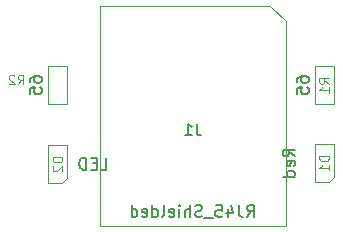
<source format=gbr>
%TF.GenerationSoftware,KiCad,Pcbnew,7.0.2-6a45011f42~172~ubuntu22.04.1*%
%TF.CreationDate,2023-07-12T14:03:09-05:00*%
%TF.ProjectId,Encoder,456e636f-6465-4722-9e6b-696361645f70,rev?*%
%TF.SameCoordinates,Original*%
%TF.FileFunction,AssemblyDrawing,Bot*%
%FSLAX46Y46*%
G04 Gerber Fmt 4.6, Leading zero omitted, Abs format (unit mm)*
G04 Created by KiCad (PCBNEW 7.0.2-6a45011f42~172~ubuntu22.04.1) date 2023-07-12 14:03:09*
%MOMM*%
%LPD*%
G01*
G04 APERTURE LIST*
%ADD10C,0.150000*%
%ADD11C,0.120000*%
%ADD12C,0.100000*%
G04 APERTURE END LIST*
D10*
%TO.C,D2*%
X53242857Y-62750119D02*
X53719047Y-62750119D01*
X53719047Y-62750119D02*
X53719047Y-61750119D01*
X52909523Y-62226309D02*
X52576190Y-62226309D01*
X52433333Y-62750119D02*
X52909523Y-62750119D01*
X52909523Y-62750119D02*
X52909523Y-61750119D01*
X52909523Y-61750119D02*
X52433333Y-61750119D01*
X52004761Y-62750119D02*
X52004761Y-61750119D01*
X52004761Y-61750119D02*
X51766666Y-61750119D01*
X51766666Y-61750119D02*
X51623809Y-61797738D01*
X51623809Y-61797738D02*
X51528571Y-61892976D01*
X51528571Y-61892976D02*
X51480952Y-61988214D01*
X51480952Y-61988214D02*
X51433333Y-62178690D01*
X51433333Y-62178690D02*
X51433333Y-62321547D01*
X51433333Y-62321547D02*
X51480952Y-62512023D01*
X51480952Y-62512023D02*
X51528571Y-62607261D01*
X51528571Y-62607261D02*
X51623809Y-62702500D01*
X51623809Y-62702500D02*
X51766666Y-62750119D01*
X51766666Y-62750119D02*
X52004761Y-62750119D01*
D11*
X49970095Y-61697024D02*
X49170095Y-61697024D01*
X49170095Y-61697024D02*
X49170095Y-61887500D01*
X49170095Y-61887500D02*
X49208190Y-62001786D01*
X49208190Y-62001786D02*
X49284380Y-62077976D01*
X49284380Y-62077976D02*
X49360571Y-62116071D01*
X49360571Y-62116071D02*
X49512952Y-62154167D01*
X49512952Y-62154167D02*
X49627238Y-62154167D01*
X49627238Y-62154167D02*
X49779619Y-62116071D01*
X49779619Y-62116071D02*
X49855809Y-62077976D01*
X49855809Y-62077976D02*
X49932000Y-62001786D01*
X49932000Y-62001786D02*
X49970095Y-61887500D01*
X49970095Y-61887500D02*
X49970095Y-61697024D01*
X49246285Y-62458928D02*
X49208190Y-62497024D01*
X49208190Y-62497024D02*
X49170095Y-62573214D01*
X49170095Y-62573214D02*
X49170095Y-62763690D01*
X49170095Y-62763690D02*
X49208190Y-62839881D01*
X49208190Y-62839881D02*
X49246285Y-62877976D01*
X49246285Y-62877976D02*
X49322476Y-62916071D01*
X49322476Y-62916071D02*
X49398666Y-62916071D01*
X49398666Y-62916071D02*
X49512952Y-62877976D01*
X49512952Y-62877976D02*
X49970095Y-62420833D01*
X49970095Y-62420833D02*
X49970095Y-62916071D01*
D10*
%TO.C,J1*%
X65630238Y-66762619D02*
X65963571Y-66286428D01*
X66201666Y-66762619D02*
X66201666Y-65762619D01*
X66201666Y-65762619D02*
X65820714Y-65762619D01*
X65820714Y-65762619D02*
X65725476Y-65810238D01*
X65725476Y-65810238D02*
X65677857Y-65857857D01*
X65677857Y-65857857D02*
X65630238Y-65953095D01*
X65630238Y-65953095D02*
X65630238Y-66095952D01*
X65630238Y-66095952D02*
X65677857Y-66191190D01*
X65677857Y-66191190D02*
X65725476Y-66238809D01*
X65725476Y-66238809D02*
X65820714Y-66286428D01*
X65820714Y-66286428D02*
X66201666Y-66286428D01*
X64915952Y-65762619D02*
X64915952Y-66476904D01*
X64915952Y-66476904D02*
X64963571Y-66619761D01*
X64963571Y-66619761D02*
X65058809Y-66715000D01*
X65058809Y-66715000D02*
X65201666Y-66762619D01*
X65201666Y-66762619D02*
X65296904Y-66762619D01*
X64011190Y-66095952D02*
X64011190Y-66762619D01*
X64249285Y-65715000D02*
X64487380Y-66429285D01*
X64487380Y-66429285D02*
X63868333Y-66429285D01*
X63011190Y-65762619D02*
X63487380Y-65762619D01*
X63487380Y-65762619D02*
X63534999Y-66238809D01*
X63534999Y-66238809D02*
X63487380Y-66191190D01*
X63487380Y-66191190D02*
X63392142Y-66143571D01*
X63392142Y-66143571D02*
X63154047Y-66143571D01*
X63154047Y-66143571D02*
X63058809Y-66191190D01*
X63058809Y-66191190D02*
X63011190Y-66238809D01*
X63011190Y-66238809D02*
X62963571Y-66334047D01*
X62963571Y-66334047D02*
X62963571Y-66572142D01*
X62963571Y-66572142D02*
X63011190Y-66667380D01*
X63011190Y-66667380D02*
X63058809Y-66715000D01*
X63058809Y-66715000D02*
X63154047Y-66762619D01*
X63154047Y-66762619D02*
X63392142Y-66762619D01*
X63392142Y-66762619D02*
X63487380Y-66715000D01*
X63487380Y-66715000D02*
X63534999Y-66667380D01*
X62773095Y-66857857D02*
X62011190Y-66857857D01*
X61820713Y-66715000D02*
X61677856Y-66762619D01*
X61677856Y-66762619D02*
X61439761Y-66762619D01*
X61439761Y-66762619D02*
X61344523Y-66715000D01*
X61344523Y-66715000D02*
X61296904Y-66667380D01*
X61296904Y-66667380D02*
X61249285Y-66572142D01*
X61249285Y-66572142D02*
X61249285Y-66476904D01*
X61249285Y-66476904D02*
X61296904Y-66381666D01*
X61296904Y-66381666D02*
X61344523Y-66334047D01*
X61344523Y-66334047D02*
X61439761Y-66286428D01*
X61439761Y-66286428D02*
X61630237Y-66238809D01*
X61630237Y-66238809D02*
X61725475Y-66191190D01*
X61725475Y-66191190D02*
X61773094Y-66143571D01*
X61773094Y-66143571D02*
X61820713Y-66048333D01*
X61820713Y-66048333D02*
X61820713Y-65953095D01*
X61820713Y-65953095D02*
X61773094Y-65857857D01*
X61773094Y-65857857D02*
X61725475Y-65810238D01*
X61725475Y-65810238D02*
X61630237Y-65762619D01*
X61630237Y-65762619D02*
X61392142Y-65762619D01*
X61392142Y-65762619D02*
X61249285Y-65810238D01*
X60820713Y-66762619D02*
X60820713Y-65762619D01*
X60392142Y-66762619D02*
X60392142Y-66238809D01*
X60392142Y-66238809D02*
X60439761Y-66143571D01*
X60439761Y-66143571D02*
X60534999Y-66095952D01*
X60534999Y-66095952D02*
X60677856Y-66095952D01*
X60677856Y-66095952D02*
X60773094Y-66143571D01*
X60773094Y-66143571D02*
X60820713Y-66191190D01*
X59915951Y-66762619D02*
X59915951Y-66095952D01*
X59915951Y-65762619D02*
X59963570Y-65810238D01*
X59963570Y-65810238D02*
X59915951Y-65857857D01*
X59915951Y-65857857D02*
X59868332Y-65810238D01*
X59868332Y-65810238D02*
X59915951Y-65762619D01*
X59915951Y-65762619D02*
X59915951Y-65857857D01*
X59058809Y-66715000D02*
X59154047Y-66762619D01*
X59154047Y-66762619D02*
X59344523Y-66762619D01*
X59344523Y-66762619D02*
X59439761Y-66715000D01*
X59439761Y-66715000D02*
X59487380Y-66619761D01*
X59487380Y-66619761D02*
X59487380Y-66238809D01*
X59487380Y-66238809D02*
X59439761Y-66143571D01*
X59439761Y-66143571D02*
X59344523Y-66095952D01*
X59344523Y-66095952D02*
X59154047Y-66095952D01*
X59154047Y-66095952D02*
X59058809Y-66143571D01*
X59058809Y-66143571D02*
X59011190Y-66238809D01*
X59011190Y-66238809D02*
X59011190Y-66334047D01*
X59011190Y-66334047D02*
X59487380Y-66429285D01*
X58439761Y-66762619D02*
X58534999Y-66715000D01*
X58534999Y-66715000D02*
X58582618Y-66619761D01*
X58582618Y-66619761D02*
X58582618Y-65762619D01*
X57630237Y-66762619D02*
X57630237Y-65762619D01*
X57630237Y-66715000D02*
X57725475Y-66762619D01*
X57725475Y-66762619D02*
X57915951Y-66762619D01*
X57915951Y-66762619D02*
X58011189Y-66715000D01*
X58011189Y-66715000D02*
X58058808Y-66667380D01*
X58058808Y-66667380D02*
X58106427Y-66572142D01*
X58106427Y-66572142D02*
X58106427Y-66286428D01*
X58106427Y-66286428D02*
X58058808Y-66191190D01*
X58058808Y-66191190D02*
X58011189Y-66143571D01*
X58011189Y-66143571D02*
X57915951Y-66095952D01*
X57915951Y-66095952D02*
X57725475Y-66095952D01*
X57725475Y-66095952D02*
X57630237Y-66143571D01*
X56773094Y-66715000D02*
X56868332Y-66762619D01*
X56868332Y-66762619D02*
X57058808Y-66762619D01*
X57058808Y-66762619D02*
X57154046Y-66715000D01*
X57154046Y-66715000D02*
X57201665Y-66619761D01*
X57201665Y-66619761D02*
X57201665Y-66238809D01*
X57201665Y-66238809D02*
X57154046Y-66143571D01*
X57154046Y-66143571D02*
X57058808Y-66095952D01*
X57058808Y-66095952D02*
X56868332Y-66095952D01*
X56868332Y-66095952D02*
X56773094Y-66143571D01*
X56773094Y-66143571D02*
X56725475Y-66238809D01*
X56725475Y-66238809D02*
X56725475Y-66334047D01*
X56725475Y-66334047D02*
X57201665Y-66429285D01*
X55868332Y-66762619D02*
X55868332Y-65762619D01*
X55868332Y-66715000D02*
X55963570Y-66762619D01*
X55963570Y-66762619D02*
X56154046Y-66762619D01*
X56154046Y-66762619D02*
X56249284Y-66715000D01*
X56249284Y-66715000D02*
X56296903Y-66667380D01*
X56296903Y-66667380D02*
X56344522Y-66572142D01*
X56344522Y-66572142D02*
X56344522Y-66286428D01*
X56344522Y-66286428D02*
X56296903Y-66191190D01*
X56296903Y-66191190D02*
X56249284Y-66143571D01*
X56249284Y-66143571D02*
X56154046Y-66095952D01*
X56154046Y-66095952D02*
X55963570Y-66095952D01*
X55963570Y-66095952D02*
X55868332Y-66143571D01*
X61378333Y-58862619D02*
X61378333Y-59576904D01*
X61378333Y-59576904D02*
X61425952Y-59719761D01*
X61425952Y-59719761D02*
X61521190Y-59815000D01*
X61521190Y-59815000D02*
X61664047Y-59862619D01*
X61664047Y-59862619D02*
X61759285Y-59862619D01*
X60378333Y-59862619D02*
X60949761Y-59862619D01*
X60664047Y-59862619D02*
X60664047Y-58862619D01*
X60664047Y-58862619D02*
X60759285Y-59005476D01*
X60759285Y-59005476D02*
X60854523Y-59100714D01*
X60854523Y-59100714D02*
X60949761Y-59148333D01*
%TO.C,D1*%
X69662619Y-61628571D02*
X69186428Y-61295238D01*
X69662619Y-61057143D02*
X68662619Y-61057143D01*
X68662619Y-61057143D02*
X68662619Y-61438095D01*
X68662619Y-61438095D02*
X68710238Y-61533333D01*
X68710238Y-61533333D02*
X68757857Y-61580952D01*
X68757857Y-61580952D02*
X68853095Y-61628571D01*
X68853095Y-61628571D02*
X68995952Y-61628571D01*
X68995952Y-61628571D02*
X69091190Y-61580952D01*
X69091190Y-61580952D02*
X69138809Y-61533333D01*
X69138809Y-61533333D02*
X69186428Y-61438095D01*
X69186428Y-61438095D02*
X69186428Y-61057143D01*
X69615000Y-62438095D02*
X69662619Y-62342857D01*
X69662619Y-62342857D02*
X69662619Y-62152381D01*
X69662619Y-62152381D02*
X69615000Y-62057143D01*
X69615000Y-62057143D02*
X69519761Y-62009524D01*
X69519761Y-62009524D02*
X69138809Y-62009524D01*
X69138809Y-62009524D02*
X69043571Y-62057143D01*
X69043571Y-62057143D02*
X68995952Y-62152381D01*
X68995952Y-62152381D02*
X68995952Y-62342857D01*
X68995952Y-62342857D02*
X69043571Y-62438095D01*
X69043571Y-62438095D02*
X69138809Y-62485714D01*
X69138809Y-62485714D02*
X69234047Y-62485714D01*
X69234047Y-62485714D02*
X69329285Y-62009524D01*
X69662619Y-63342857D02*
X68662619Y-63342857D01*
X69615000Y-63342857D02*
X69662619Y-63247619D01*
X69662619Y-63247619D02*
X69662619Y-63057143D01*
X69662619Y-63057143D02*
X69615000Y-62961905D01*
X69615000Y-62961905D02*
X69567380Y-62914286D01*
X69567380Y-62914286D02*
X69472142Y-62866667D01*
X69472142Y-62866667D02*
X69186428Y-62866667D01*
X69186428Y-62866667D02*
X69091190Y-62914286D01*
X69091190Y-62914286D02*
X69043571Y-62961905D01*
X69043571Y-62961905D02*
X68995952Y-63057143D01*
X68995952Y-63057143D02*
X68995952Y-63247619D01*
X68995952Y-63247619D02*
X69043571Y-63342857D01*
D11*
X72570095Y-61609524D02*
X71770095Y-61609524D01*
X71770095Y-61609524D02*
X71770095Y-61800000D01*
X71770095Y-61800000D02*
X71808190Y-61914286D01*
X71808190Y-61914286D02*
X71884380Y-61990476D01*
X71884380Y-61990476D02*
X71960571Y-62028571D01*
X71960571Y-62028571D02*
X72112952Y-62066667D01*
X72112952Y-62066667D02*
X72227238Y-62066667D01*
X72227238Y-62066667D02*
X72379619Y-62028571D01*
X72379619Y-62028571D02*
X72455809Y-61990476D01*
X72455809Y-61990476D02*
X72532000Y-61914286D01*
X72532000Y-61914286D02*
X72570095Y-61800000D01*
X72570095Y-61800000D02*
X72570095Y-61609524D01*
X72570095Y-62828571D02*
X72570095Y-62371428D01*
X72570095Y-62600000D02*
X71770095Y-62600000D01*
X71770095Y-62600000D02*
X71884380Y-62523809D01*
X71884380Y-62523809D02*
X71960571Y-62447619D01*
X71960571Y-62447619D02*
X71998666Y-62371428D01*
D10*
%TO.C,R2*%
X47242619Y-55314285D02*
X47242619Y-55123809D01*
X47242619Y-55123809D02*
X47290238Y-55028571D01*
X47290238Y-55028571D02*
X47337857Y-54980952D01*
X47337857Y-54980952D02*
X47480714Y-54885714D01*
X47480714Y-54885714D02*
X47671190Y-54838095D01*
X47671190Y-54838095D02*
X48052142Y-54838095D01*
X48052142Y-54838095D02*
X48147380Y-54885714D01*
X48147380Y-54885714D02*
X48195000Y-54933333D01*
X48195000Y-54933333D02*
X48242619Y-55028571D01*
X48242619Y-55028571D02*
X48242619Y-55219047D01*
X48242619Y-55219047D02*
X48195000Y-55314285D01*
X48195000Y-55314285D02*
X48147380Y-55361904D01*
X48147380Y-55361904D02*
X48052142Y-55409523D01*
X48052142Y-55409523D02*
X47814047Y-55409523D01*
X47814047Y-55409523D02*
X47718809Y-55361904D01*
X47718809Y-55361904D02*
X47671190Y-55314285D01*
X47671190Y-55314285D02*
X47623571Y-55219047D01*
X47623571Y-55219047D02*
X47623571Y-55028571D01*
X47623571Y-55028571D02*
X47671190Y-54933333D01*
X47671190Y-54933333D02*
X47718809Y-54885714D01*
X47718809Y-54885714D02*
X47814047Y-54838095D01*
X47242619Y-56314285D02*
X47242619Y-55838095D01*
X47242619Y-55838095D02*
X47718809Y-55790476D01*
X47718809Y-55790476D02*
X47671190Y-55838095D01*
X47671190Y-55838095D02*
X47623571Y-55933333D01*
X47623571Y-55933333D02*
X47623571Y-56171428D01*
X47623571Y-56171428D02*
X47671190Y-56266666D01*
X47671190Y-56266666D02*
X47718809Y-56314285D01*
X47718809Y-56314285D02*
X47814047Y-56361904D01*
X47814047Y-56361904D02*
X48052142Y-56361904D01*
X48052142Y-56361904D02*
X48147380Y-56314285D01*
X48147380Y-56314285D02*
X48195000Y-56266666D01*
X48195000Y-56266666D02*
X48242619Y-56171428D01*
X48242619Y-56171428D02*
X48242619Y-55933333D01*
X48242619Y-55933333D02*
X48195000Y-55838095D01*
X48195000Y-55838095D02*
X48147380Y-55790476D01*
D11*
X46233332Y-55520095D02*
X46499999Y-55139142D01*
X46690475Y-55520095D02*
X46690475Y-54720095D01*
X46690475Y-54720095D02*
X46385713Y-54720095D01*
X46385713Y-54720095D02*
X46309523Y-54758190D01*
X46309523Y-54758190D02*
X46271428Y-54796285D01*
X46271428Y-54796285D02*
X46233332Y-54872476D01*
X46233332Y-54872476D02*
X46233332Y-54986761D01*
X46233332Y-54986761D02*
X46271428Y-55062952D01*
X46271428Y-55062952D02*
X46309523Y-55101047D01*
X46309523Y-55101047D02*
X46385713Y-55139142D01*
X46385713Y-55139142D02*
X46690475Y-55139142D01*
X45928571Y-54796285D02*
X45890475Y-54758190D01*
X45890475Y-54758190D02*
X45814285Y-54720095D01*
X45814285Y-54720095D02*
X45623809Y-54720095D01*
X45623809Y-54720095D02*
X45547618Y-54758190D01*
X45547618Y-54758190D02*
X45509523Y-54796285D01*
X45509523Y-54796285D02*
X45471428Y-54872476D01*
X45471428Y-54872476D02*
X45471428Y-54948666D01*
X45471428Y-54948666D02*
X45509523Y-55062952D01*
X45509523Y-55062952D02*
X45966666Y-55520095D01*
X45966666Y-55520095D02*
X45471428Y-55520095D01*
D10*
%TO.C,R1*%
X69842619Y-55314285D02*
X69842619Y-55123809D01*
X69842619Y-55123809D02*
X69890238Y-55028571D01*
X69890238Y-55028571D02*
X69937857Y-54980952D01*
X69937857Y-54980952D02*
X70080714Y-54885714D01*
X70080714Y-54885714D02*
X70271190Y-54838095D01*
X70271190Y-54838095D02*
X70652142Y-54838095D01*
X70652142Y-54838095D02*
X70747380Y-54885714D01*
X70747380Y-54885714D02*
X70795000Y-54933333D01*
X70795000Y-54933333D02*
X70842619Y-55028571D01*
X70842619Y-55028571D02*
X70842619Y-55219047D01*
X70842619Y-55219047D02*
X70795000Y-55314285D01*
X70795000Y-55314285D02*
X70747380Y-55361904D01*
X70747380Y-55361904D02*
X70652142Y-55409523D01*
X70652142Y-55409523D02*
X70414047Y-55409523D01*
X70414047Y-55409523D02*
X70318809Y-55361904D01*
X70318809Y-55361904D02*
X70271190Y-55314285D01*
X70271190Y-55314285D02*
X70223571Y-55219047D01*
X70223571Y-55219047D02*
X70223571Y-55028571D01*
X70223571Y-55028571D02*
X70271190Y-54933333D01*
X70271190Y-54933333D02*
X70318809Y-54885714D01*
X70318809Y-54885714D02*
X70414047Y-54838095D01*
X69842619Y-56314285D02*
X69842619Y-55838095D01*
X69842619Y-55838095D02*
X70318809Y-55790476D01*
X70318809Y-55790476D02*
X70271190Y-55838095D01*
X70271190Y-55838095D02*
X70223571Y-55933333D01*
X70223571Y-55933333D02*
X70223571Y-56171428D01*
X70223571Y-56171428D02*
X70271190Y-56266666D01*
X70271190Y-56266666D02*
X70318809Y-56314285D01*
X70318809Y-56314285D02*
X70414047Y-56361904D01*
X70414047Y-56361904D02*
X70652142Y-56361904D01*
X70652142Y-56361904D02*
X70747380Y-56314285D01*
X70747380Y-56314285D02*
X70795000Y-56266666D01*
X70795000Y-56266666D02*
X70842619Y-56171428D01*
X70842619Y-56171428D02*
X70842619Y-55933333D01*
X70842619Y-55933333D02*
X70795000Y-55838095D01*
X70795000Y-55838095D02*
X70747380Y-55790476D01*
D11*
X72570095Y-55466667D02*
X72189142Y-55200000D01*
X72570095Y-55009524D02*
X71770095Y-55009524D01*
X71770095Y-55009524D02*
X71770095Y-55314286D01*
X71770095Y-55314286D02*
X71808190Y-55390476D01*
X71808190Y-55390476D02*
X71846285Y-55428571D01*
X71846285Y-55428571D02*
X71922476Y-55466667D01*
X71922476Y-55466667D02*
X72036761Y-55466667D01*
X72036761Y-55466667D02*
X72112952Y-55428571D01*
X72112952Y-55428571D02*
X72151047Y-55390476D01*
X72151047Y-55390476D02*
X72189142Y-55314286D01*
X72189142Y-55314286D02*
X72189142Y-55009524D01*
X72570095Y-56228571D02*
X72570095Y-55771428D01*
X72570095Y-56000000D02*
X71770095Y-56000000D01*
X71770095Y-56000000D02*
X71884380Y-55923809D01*
X71884380Y-55923809D02*
X71960571Y-55847619D01*
X71960571Y-55847619D02*
X71998666Y-55771428D01*
D12*
%TO.C,D2*%
X48800000Y-63887500D02*
X48800000Y-60687500D01*
X50000000Y-63887500D02*
X48800000Y-63887500D01*
X50400000Y-63487500D02*
X50000000Y-63887500D01*
X48800000Y-60687500D02*
X50400000Y-60687500D01*
X50400000Y-60687500D02*
X50400000Y-63487500D01*
%TO.C,J1*%
X68945000Y-50200000D02*
X68945000Y-67520000D01*
X68945000Y-50200000D02*
X67615000Y-48870000D01*
X53145000Y-67520000D02*
X68945000Y-67520000D01*
X53145000Y-67520000D02*
X53145000Y-48870000D01*
X53145000Y-48870000D02*
X67615000Y-48870000D01*
%TO.C,D1*%
X71400000Y-63800000D02*
X71400000Y-60600000D01*
X72600000Y-63800000D02*
X71400000Y-63800000D01*
X73000000Y-63400000D02*
X72600000Y-63800000D01*
X71400000Y-60600000D02*
X73000000Y-60600000D01*
X73000000Y-60600000D02*
X73000000Y-63400000D01*
%TO.C,R2*%
X48800000Y-57200000D02*
X50400000Y-57200000D01*
X50400000Y-57200000D02*
X50400000Y-54000000D01*
X48800000Y-54000000D02*
X48800000Y-57200000D01*
X50400000Y-54000000D02*
X48800000Y-54000000D01*
%TO.C,R1*%
X71400000Y-57200000D02*
X73000000Y-57200000D01*
X73000000Y-57200000D02*
X73000000Y-54000000D01*
X71400000Y-54000000D02*
X71400000Y-57200000D01*
X73000000Y-54000000D02*
X71400000Y-54000000D01*
%TD*%
M02*

</source>
